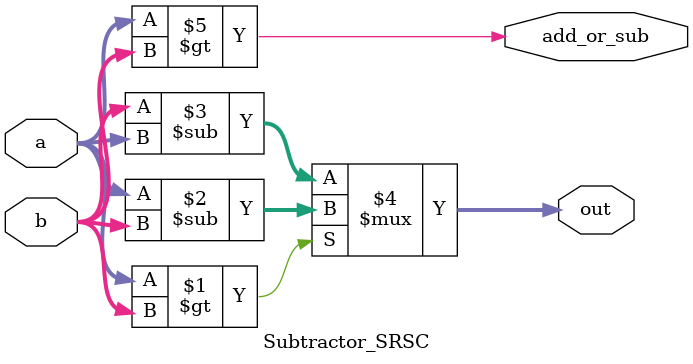
<source format=v>
module Subtractor_SRSC(
    input [7:0]a,
    input [7:0] b, 
    
    output [7:0]out,
    output add_or_sub
    );

    assign out = (a > b) ? (a - b) : (b - a);
    assign add_or_sub = (a > b);
endmodule
</source>
